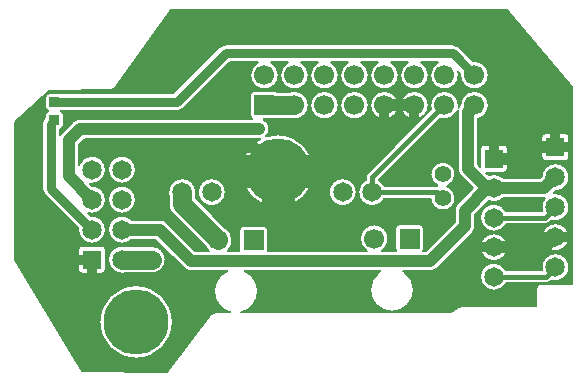
<source format=gtl>
G04 Layer: TopLayer*
G04 EasyEDA Pro v1.9.30.011b94, 2023-06-19 18:55:00*
G04 Gerber Generator version 0.3*
G04 Scale: 100 percent, Rotated: No, Reflected: No*
G04 Dimensions in millimeters*
G04 Leading zeros omitted, absolute positions, 3 integers and 3 decimals*
%FSLAX33Y33*%
%MOMM*%
%ADD999C,0.2032*%
%ADD10C,0.83008*%
%ADD11C,2.755075*%
%ADD12C,0.85508*%
%ADD13C,5.499989*%
%ADD14R,0.864006X0.806475*%
%ADD15C,1.649999*%
%ADD16C,1.4*%
%ADD17R,1.6537X1.649999*%
%ADD18R,1.649999X1.649999*%
%ADD19R,1.649999X1.649999*%
%ADD20C,1.699999*%
%ADD21R,1.699999X1.699999*%
%ADD22R,1.699999X1.699999*%
%ADD23C,0.999998*%
%ADD24C,1.599997*%
%ADD25C,0.800001*%
%ADD26C,0.399999*%
G75*


G04 Copper Start*
G36*
G01X94189Y53559D02*
G01X90431Y48682D01*
G01X83261Y48743D01*
G01X77574Y58139D01*
G01Y69819D01*
G01X80407Y72416D01*
G01X85733Y72540D01*
G03X86016Y72689I-8J358D01*
G01X90735Y79271D01*
G01X119214D01*
G01X124737Y72766D01*
G01Y56111D01*
G01X122047D01*
G03X121689Y55753I0J-358D01*
G01Y54206D01*
G01X115316D01*
G03X115117Y54146I0J-358D01*
G01X114446Y53698D01*
G01X96732D01*
G03X98124Y55497I-466J1799D01*
G03X96991Y57208I-1858J0D01*
G01X108503D01*
G03X107616Y55624I971J-1584D01*
G03X109474Y53766I1858J0D01*
G03X111332Y55624I0J1858D01*
G03X110445Y57208I-1858J0D01*
G01X112724D01*
G03X113331Y57459I0J858D01*
G01X116250Y60379D01*
G03X116502Y60985I-607J607D01*
G01Y61963D01*
G01X117664Y63126D01*
G03X118110Y63039I446J1096D01*
G03X118925Y63364I0J1183D01*
G01X122388D01*
G01X122404D01*
G03X122134Y62611I913J-753D01*
G03X122181Y62280I1183J0D01*
G01X119153D01*
G03X118110Y62905I-1043J-558D01*
G03X116927Y61722I0J-1183D01*
G03X118110Y60539I1183J0D01*
G03X119153Y61164I0J1183D01*
G01X122428D01*
G03X122823Y61327I0J558D01*
G01X122974Y61479D01*
G03X123317Y61428I343J1132D01*
G03X124500Y62611I0J1183D01*
G03X123317Y63794I-1183J0D01*
G03X123164Y63784I0J-1183D01*
G01X123348Y63968D01*
G03X124500Y65151I-31J1183D01*
G03X123317Y66334I-1183J0D01*
G03X122134Y65182I0J-1183D01*
G01X122032Y65080D01*
G01X118925D01*
G03X118110Y65405I-815J-858D01*
G03X117664Y65318I0J-1183D01*
G01X117443Y65539D01*
G01X118935D01*
G03X119293Y65897I0J358D01*
G01Y67547D01*
G03X118935Y67905I-358J0D01*
G01X117285D01*
G03X116927Y67547I0J-358D01*
G01Y66055D01*
G01X116746Y66236D01*
G01Y70073D01*
G03X117667Y71247I-287J1174D01*
G03X116459Y72455I-1208J0D01*
G03X115251Y71251I0J-1208D01*
G03X115108Y71034I637J-575D01*
G03X115127Y71247I-1189J213D01*
G03X113919Y72455I-1208J0D01*
G03X112711Y71247I0J-1208D01*
G03X112767Y70884I1208J0D01*
G01X107409Y65527D01*
G03X107246Y65132I395J-395D01*
G01Y64924D01*
G03X106621Y63881I558J-1043D01*
G03X107804Y62698I1183J0D01*
G03X108847Y63323I0J1183D01*
G01X112736D01*
G03X113792Y62331I1056J66D01*
G03X114850Y63389I0J1058D01*
G03X114138Y64389I-1058J0D01*
G03X114850Y65389I-346J1000D01*
G03X113792Y66447I-1058J0D01*
G03X112734Y65389I0J-1058D01*
G03X113327Y64438I1058J0D01*
G03X113300Y64439I-27J-557D01*
G01X108847D01*
G03X108377Y64916I-1043J-558D01*
G01X113556Y70095D01*
G03X113919Y70039I363J1152D01*
G03X115037Y70790I0J1208D01*
G03X115030Y70676I850J-114D01*
G01Y65881D01*
G03X115281Y65274I858J0D01*
G01X116333Y64222D01*
G01X115037Y62925D01*
G03X114785Y62318I607J-607D01*
G01Y61341D01*
G01X112369Y58924D01*
G01X112139D01*
G03X112182Y59094I-315J170D01*
G01Y60794D01*
G03X111824Y61152I-358J0D01*
G01X110124D01*
G03X109766Y60794I0J-358D01*
G01Y59094D01*
G03X109808Y58924I358J0D01*
G01X108622D01*
G03X109182Y59944I-648J1020D01*
G03X107974Y61152I-1208J0D01*
G03X106766Y59944I0J-1208D01*
G03X107326Y58924I1208J0D01*
G01X98971D01*
G03X98974Y58967I-356J43D01*
G01Y60667D01*
G03X98616Y61025I-358J0D01*
G01X96916D01*
G03X96558Y60667I0J-358D01*
G01Y58967D01*
G03X96560Y58924I358J0D01*
G01X95580D01*
G03X95974Y59817I-814J893D01*
G03X95342Y60879I-1208J0D01*
G01X92871Y63350D01*
G01Y63639D01*
G03X92896Y63881I-1158J242D01*
G03X91713Y65064I-1183J0D01*
G03X90530Y63881I0J-1183D01*
G03X90555Y63639I1183J0D01*
G01Y62870D01*
G03X90894Y62051I1158J0D01*
G01X93704Y59241D01*
G03X93952Y58924I1062J576D01*
G01X92804D01*
G01X90415Y61313D01*
G03X89808Y61564I-607J-607D01*
G01X87429D01*
G03X86614Y61889I-815J-858D01*
G03X85431Y60706I0J-1183D01*
G03X86614Y59523I1183J0D01*
G03X87429Y59848I0J1183D01*
G01X89453D01*
G01X91841Y57459D01*
G03X92448Y57208I607J607D01*
G01X95541D01*
G03X94408Y55497I725J-1711D01*
G03X95800Y53698I1858J0D01*
G01X94473D01*
G03X94189Y53559I0J-358D01*
G37*
%LPC*%
G36*
G01X84074Y59523D02*
G03X85257Y60706I0J1183D01*
G03X84074Y61889I-1183J0D01*
G03X83968Y61884I0J-1183D01*
G01X83742Y62110D01*
G03X84074Y62063I332J1136D01*
G03X85257Y63246I0J1183D01*
G03X84105Y64429I-1183J0D01*
G01X83921Y64613D01*
G03X84074Y64603I153J1173D01*
G03X85257Y65786I0J1183D01*
G03X84074Y66969I-1183J0D01*
G03X82962Y66190I0J-1183D01*
G01Y67904D01*
G01X83459Y68401D01*
G01X98243D01*
G03X98325Y68404I0J858D01*
G03X96689Y65667I1472J-2738D01*
G03X99797Y62559I3108J0D01*
G03X102905Y65667I0J3108D01*
G03X99797Y68775I-3108J0D01*
G03X98810Y68614I0J-3108D01*
G03X99101Y69259I-566J645D01*
G03X98601Y70039I-858J0D01*
G01X99529D01*
G03X99712Y70089I0J358D01*
G01X100875D01*
G03X101219Y70039I344J1158D01*
G03X102427Y71247I0J1208D01*
G03X101219Y72455I-1208J0D01*
G03X100875Y72405I0J-1208D01*
G01X99712D01*
G03X99529Y72455I-183J-308D01*
G01X97829D01*
G03X97471Y72097I0J-358D01*
G01Y70397D01*
G03X97606Y70117I358J0D01*
G01X83103D01*
G03X82496Y69865I0J-858D01*
G01X81497Y68866D01*
G03X81366Y68698I607J-607D01*
G01Y69226D01*
G03X81689Y69582I-35J356D01*
G01Y70389D01*
G03X81426Y70734I-358J0D01*
G01X91270D01*
G03X91806Y70956I0J758D01*
G01X95719Y74870D01*
G01X98143D01*
G03X97471Y73787I536J-1083D01*
G03X98679Y72579I1208J0D01*
G03X99887Y73787I0J1208D01*
G03X99215Y74870I-1208J0D01*
G01X100683D01*
G03X100011Y73787I536J-1083D01*
G03X101219Y72579I1208J0D01*
G03X102427Y73787I0J1208D01*
G03X101755Y74870I-1208J0D01*
G01X103223D01*
G03X102551Y73787I536J-1083D01*
G03X103759Y72579I1208J0D01*
G03X104967Y73787I0J1208D01*
G03X104295Y74870I-1208J0D01*
G01X105763D01*
G03X105091Y73787I536J-1083D01*
G03X106299Y72579I1208J0D01*
G03X107507Y73787I0J1208D01*
G03X106835Y74870I-1208J0D01*
G01X108303D01*
G03X107631Y73787I536J-1083D01*
G03X108839Y72579I1208J0D01*
G03X110047Y73787I0J1208D01*
G03X109375Y74870I-1208J0D01*
G01X110843D01*
G03X110171Y73787I536J-1083D01*
G03X111379Y72579I1208J0D01*
G03X112587Y73787I0J1208D01*
G03X111915Y74870I-1208J0D01*
G01X113383D01*
G03X112711Y73787I536J-1083D01*
G03X113919Y72579I1208J0D01*
G03X115127Y73787I0J1208D01*
G03X115090Y74084I-1208J0D01*
G01X115258Y73916D01*
G03X115251Y73787I1201J-129D01*
G03X116459Y72579I1208J0D01*
G03X117667Y73787I0J1208D01*
G03X116459Y74995I-1208J0D01*
G03X116330Y74988I0J-1208D01*
G01X115154Y76164D01*
G03X114618Y76386I-536J-536D01*
G01X95405D01*
G03X94869Y76164I0J-758D01*
G01X90956Y72251D01*
G01X81379D01*
G03X81331Y72254I-48J-355D01*
G01X80467D01*
G03X80109Y71896I0J-358D01*
G01Y71089D01*
G03X80392Y70739I358J0D01*
G03X80109Y70389I75J-350D01*
G01Y70268D01*
G01X80072Y70231D01*
G03X79850Y69695I536J-536D01*
G01Y64172D01*
G03X80072Y63636I758J0D01*
G01X82896Y60812D01*
G03X82891Y60706I1178J-106D01*
G03X84074Y59523I1183J0D01*
G37*
G36*
G01X87813Y49787D02*
G03X90921Y52896I0J3108D01*
G03X87813Y56004I-3108J0D01*
G03X84705Y52896I0J-3108D01*
G03X87813Y49787I3108J0D01*
G37*
G36*
G01X116927Y56722D02*
G03X118110Y55539I1183J0D01*
G03X119153Y56164I0J1183D01*
G01X122508D01*
G03X122903Y56327I0J558D01*
G01X122974Y56399D01*
G03X123317Y56348I343J1132D01*
G03X124500Y57531I0J1183D01*
G03X123317Y58714I-1183J0D01*
G03X122134Y57531I0J-1183D01*
G03X122161Y57280I1183J0D01*
G01X119153D01*
G03X118110Y57905I-1043J-558D01*
G03X116927Y56722I0J-1183D01*
G37*
G36*
G01X85431Y58166D02*
G03X86614Y56983I1183J0D01*
G03X86856Y57008I0J1183D01*
G01X89149D01*
G03X90307Y58166I0J1158D01*
G03X89149Y59324I-1158J0D01*
G01X86856D01*
G03X86614Y59349I-242J-1158D01*
G03X85431Y58166I0J-1183D01*
G37*
G36*
G01X106299Y70039D02*
G03X107507Y71247I0J1208D01*
G03X106299Y72455I-1208J0D01*
G03X105091Y71247I0J-1208D01*
G03X106299Y70039I1208J0D01*
G37*
G36*
G01X108839Y70039D02*
G03X110047Y71247I0J1208D01*
G03X108839Y72455I-1208J0D01*
G03X107631Y71247I0J-1208D01*
G03X108839Y70039I1208J0D01*
G37*
G36*
G01X103759Y70039D02*
G03X104967Y71247I0J1208D01*
G03X103759Y72455I-1208J0D01*
G03X102551Y71247I0J-1208D01*
G03X103759Y70039I1208J0D01*
G37*
G36*
G01X111379Y70039D02*
G03X112587Y71247I0J1208D01*
G03X111379Y72455I-1208J0D01*
G03X110171Y71247I0J-1208D01*
G03X111379Y70039I1208J0D01*
G37*
G36*
G01X124142Y66508D02*
G03X124500Y66866I0J358D01*
G01Y68516D01*
G03X124142Y68874I-358J0D01*
G01X122492D01*
G03X122134Y68516I0J-358D01*
G01Y66866D01*
G03X122492Y66508I358J0D01*
G01X124142D01*
G37*
G36*
G01X82891Y57341D02*
G03X83249Y56983I358J0D01*
G01X84899D01*
G03X85257Y57341I0J358D01*
G01Y58991D01*
G03X84899Y59349I-358J0D01*
G01X83249D01*
G03X82891Y58991I0J-358D01*
G01Y57341D01*
G37*
G36*
G01X85431Y65786D02*
G03X86614Y64603I1183J0D01*
G03X87797Y65786I0J1183D01*
G03X86614Y66969I-1183J0D01*
G03X85431Y65786I0J-1183D01*
G37*
G36*
G01X105302Y62698D02*
G03X106485Y63881I0J1183D01*
G03X105302Y65064I-1183J0D01*
G03X104119Y63881I0J-1183D01*
G03X105302Y62698I1183J0D01*
G37*
G36*
G01X93032Y63881D02*
G03X94215Y62698I1183J0D01*
G03X95398Y63881I0J1183D01*
G03X94215Y65064I-1183J0D01*
G03X93032Y63881I0J-1183D01*
G37*
G36*
G01X85431Y63246D02*
G03X86614Y62063I1183J0D01*
G03X87797Y63246I0J1183D01*
G03X86614Y64429I-1183J0D01*
G03X85431Y63246I0J-1183D01*
G37*
G36*
G01X123317Y58888D02*
G03X124500Y60071I0J1183D01*
G03X123317Y61254I-1183J0D01*
G03X122134Y60071I0J-1183D01*
G03X123317Y58888I1183J0D01*
G37*
G36*
G01X116927Y59222D02*
G03X118110Y58039I1183J0D01*
G03X119293Y59222I0J1183D01*
G03X118110Y60405I-1183J0D01*
G03X116927Y59222I0J-1183D01*
G37*
%LPD*%
G54D999*
G01X94189Y53559D02*
G01X90431Y48682D01*
G01X83261Y48743D01*
G01X77574Y58139D01*
G01Y69819D01*
G01X80407Y72416D01*
G01X85733Y72540D01*
G03X86016Y72689I-8J358D01*
G01X90735Y79271D01*
G01X119214D01*
G01X124737Y72766D01*
G01Y56111D01*
G01X122047D01*
G03X121689Y55753I0J-358D01*
G01Y54206D01*
G01X115316D01*
G03X115117Y54146I0J-358D01*
G01X114446Y53698D01*
G01X96732D01*
G03X98124Y55497I-466J1799D01*
G03X96991Y57208I-1858J0D01*
G01X108503D01*
G03X107616Y55624I971J-1584D01*
G03X109474Y53766I1858J0D01*
G03X111332Y55624I0J1858D01*
G03X110445Y57208I-1858J0D01*
G01X112724D01*
G03X113331Y57459I0J858D01*
G01X116250Y60379D01*
G03X116502Y60985I-607J607D01*
G01Y61963D01*
G01X117664Y63126D01*
G03X118110Y63039I446J1096D01*
G03X118925Y63364I0J1183D01*
G01X122388D01*
G01X122404D01*
G03X122134Y62611I913J-753D01*
G03X122181Y62280I1183J0D01*
G01X119153D01*
G03X118110Y62905I-1043J-558D01*
G03X116927Y61722I0J-1183D01*
G03X118110Y60539I1183J0D01*
G03X119153Y61164I0J1183D01*
G01X122428D01*
G03X122823Y61327I0J558D01*
G01X122974Y61479D01*
G03X123317Y61428I343J1132D01*
G03X124500Y62611I0J1183D01*
G03X123317Y63794I-1183J0D01*
G03X123164Y63784I0J-1183D01*
G01X123348Y63968D01*
G03X124500Y65151I-31J1183D01*
G03X123317Y66334I-1183J0D01*
G03X122134Y65182I0J-1183D01*
G01X122032Y65080D01*
G01X118925D01*
G03X118110Y65405I-815J-858D01*
G03X117664Y65318I0J-1183D01*
G01X117443Y65539D01*
G01X118935D01*
G03X119293Y65897I0J358D01*
G01Y67547D01*
G03X118935Y67905I-358J0D01*
G01X117285D01*
G03X116927Y67547I0J-358D01*
G01Y66055D01*
G01X116746Y66236D01*
G01Y70073D01*
G03X117667Y71247I-287J1174D01*
G03X116459Y72455I-1208J0D01*
G03X115251Y71251I0J-1208D01*
G03X115108Y71034I637J-575D01*
G03X115127Y71247I-1189J213D01*
G03X113919Y72455I-1208J0D01*
G03X112711Y71247I0J-1208D01*
G03X112767Y70884I1208J0D01*
G01X107409Y65527D01*
G03X107246Y65132I395J-395D01*
G01Y64924D01*
G03X106621Y63881I558J-1043D01*
G03X107804Y62698I1183J0D01*
G03X108847Y63323I0J1183D01*
G01X112736D01*
G03X113792Y62331I1056J66D01*
G03X114850Y63389I0J1058D01*
G03X114138Y64389I-1058J0D01*
G03X114850Y65389I-346J1000D01*
G03X113792Y66447I-1058J0D01*
G03X112734Y65389I0J-1058D01*
G03X113327Y64438I1058J0D01*
G03X113300Y64439I-27J-557D01*
G01X108847D01*
G03X108377Y64916I-1043J-558D01*
G01X113556Y70095D01*
G03X113919Y70039I363J1152D01*
G03X115037Y70790I0J1208D01*
G03X115030Y70676I850J-114D01*
G01Y65881D01*
G03X115281Y65274I858J0D01*
G01X116333Y64222D01*
G01X115037Y62925D01*
G03X114785Y62318I607J-607D01*
G01Y61341D01*
G01X112369Y58924D01*
G01X112139D01*
G03X112182Y59094I-315J170D01*
G01Y60794D01*
G03X111824Y61152I-358J0D01*
G01X110124D01*
G03X109766Y60794I0J-358D01*
G01Y59094D01*
G03X109808Y58924I358J0D01*
G01X108622D01*
G03X109182Y59944I-648J1020D01*
G03X107974Y61152I-1208J0D01*
G03X106766Y59944I0J-1208D01*
G03X107326Y58924I1208J0D01*
G01X98971D01*
G03X98974Y58967I-356J43D01*
G01Y60667D01*
G03X98616Y61025I-358J0D01*
G01X96916D01*
G03X96558Y60667I0J-358D01*
G01Y58967D01*
G03X96560Y58924I358J0D01*
G01X95580D01*
G03X95974Y59817I-814J893D01*
G03X95342Y60879I-1208J0D01*
G01X92871Y63350D01*
G01Y63639D01*
G03X92896Y63881I-1158J242D01*
G03X91713Y65064I-1183J0D01*
G03X90530Y63881I0J-1183D01*
G03X90555Y63639I1183J0D01*
G01Y62870D01*
G03X90894Y62051I1158J0D01*
G01X93704Y59241D01*
G03X93952Y58924I1062J576D01*
G01X92804D01*
G01X90415Y61313D01*
G03X89808Y61564I-607J-607D01*
G01X87429D01*
G03X86614Y61889I-815J-858D01*
G03X85431Y60706I0J-1183D01*
G03X86614Y59523I1183J0D01*
G03X87429Y59848I0J1183D01*
G01X89453D01*
G01X91841Y57459D01*
G03X92448Y57208I607J607D01*
G01X95541D01*
G03X94408Y55497I725J-1711D01*
G03X95800Y53698I1858J0D01*
G01X94473D01*
G03X94189Y53559I0J-358D01*
G01X84074Y59523D02*
G03X85257Y60706I0J1183D01*
G03X84074Y61889I-1183J0D01*
G03X83968Y61884I0J-1183D01*
G01X83742Y62110D01*
G03X84074Y62063I332J1136D01*
G03X85257Y63246I0J1183D01*
G03X84105Y64429I-1183J0D01*
G01X83921Y64613D01*
G03X84074Y64603I153J1173D01*
G03X85257Y65786I0J1183D01*
G03X84074Y66969I-1183J0D01*
G03X82962Y66190I0J-1183D01*
G01Y67904D01*
G01X83459Y68401D01*
G01X98243D01*
G03X98325Y68404I0J858D01*
G03X96689Y65667I1472J-2738D01*
G03X99797Y62559I3108J0D01*
G03X102905Y65667I0J3108D01*
G03X99797Y68775I-3108J0D01*
G03X98810Y68614I0J-3108D01*
G03X99101Y69259I-566J645D01*
G03X98601Y70039I-858J0D01*
G01X99529D01*
G03X99712Y70089I0J358D01*
G01X100875D01*
G03X101219Y70039I344J1158D01*
G03X102427Y71247I0J1208D01*
G03X101219Y72455I-1208J0D01*
G03X100875Y72405I0J-1208D01*
G01X99712D01*
G03X99529Y72455I-183J-308D01*
G01X97829D01*
G03X97471Y72097I0J-358D01*
G01Y70397D01*
G03X97606Y70117I358J0D01*
G01X83103D01*
G03X82496Y69865I0J-858D01*
G01X81497Y68866D01*
G03X81366Y68698I607J-607D01*
G01Y69226D01*
G03X81689Y69582I-35J356D01*
G01Y70389D01*
G03X81426Y70734I-358J0D01*
G01X91270D01*
G03X91806Y70956I0J758D01*
G01X95719Y74870D01*
G01X98143D01*
G03X97471Y73787I536J-1083D01*
G03X98679Y72579I1208J0D01*
G03X99887Y73787I0J1208D01*
G03X99215Y74870I-1208J0D01*
G01X100683D01*
G03X100011Y73787I536J-1083D01*
G03X101219Y72579I1208J0D01*
G03X102427Y73787I0J1208D01*
G03X101755Y74870I-1208J0D01*
G01X103223D01*
G03X102551Y73787I536J-1083D01*
G03X103759Y72579I1208J0D01*
G03X104967Y73787I0J1208D01*
G03X104295Y74870I-1208J0D01*
G01X105763D01*
G03X105091Y73787I536J-1083D01*
G03X106299Y72579I1208J0D01*
G03X107507Y73787I0J1208D01*
G03X106835Y74870I-1208J0D01*
G01X108303D01*
G03X107631Y73787I536J-1083D01*
G03X108839Y72579I1208J0D01*
G03X110047Y73787I0J1208D01*
G03X109375Y74870I-1208J0D01*
G01X110843D01*
G03X110171Y73787I536J-1083D01*
G03X111379Y72579I1208J0D01*
G03X112587Y73787I0J1208D01*
G03X111915Y74870I-1208J0D01*
G01X113383D01*
G03X112711Y73787I536J-1083D01*
G03X113919Y72579I1208J0D01*
G03X115127Y73787I0J1208D01*
G03X115090Y74084I-1208J0D01*
G01X115258Y73916D01*
G03X115251Y73787I1201J-129D01*
G03X116459Y72579I1208J0D01*
G03X117667Y73787I0J1208D01*
G03X116459Y74995I-1208J0D01*
G03X116330Y74988I0J-1208D01*
G01X115154Y76164D01*
G03X114618Y76386I-536J-536D01*
G01X95405D01*
G03X94869Y76164I0J-758D01*
G01X90956Y72251D01*
G01X81379D01*
G03X81331Y72254I-48J-355D01*
G01X80467D01*
G03X80109Y71896I0J-358D01*
G01Y71089D01*
G03X80392Y70739I358J0D01*
G03X80109Y70389I75J-350D01*
G01Y70268D01*
G01X80072Y70231D01*
G03X79850Y69695I536J-536D01*
G01Y64172D01*
G03X80072Y63636I758J0D01*
G01X82896Y60812D01*
G03X82891Y60706I1178J-106D01*
G03X84074Y59523I1183J0D01*
G01X87813Y49787D02*
G03X90921Y52896I0J3108D01*
G03X87813Y56004I-3108J0D01*
G03X84705Y52896I0J-3108D01*
G03X87813Y49787I3108J0D01*
G01X116927Y56722D02*
G03X118110Y55539I1183J0D01*
G03X119153Y56164I0J1183D01*
G01X122508D01*
G03X122903Y56327I0J558D01*
G01X122974Y56399D01*
G03X123317Y56348I343J1132D01*
G03X124500Y57531I0J1183D01*
G03X123317Y58714I-1183J0D01*
G03X122134Y57531I0J-1183D01*
G03X122161Y57280I1183J0D01*
G01X119153D01*
G03X118110Y57905I-1043J-558D01*
G03X116927Y56722I0J-1183D01*
G01X85431Y58166D02*
G03X86614Y56983I1183J0D01*
G03X86856Y57008I0J1183D01*
G01X89149D01*
G03X90307Y58166I0J1158D01*
G03X89149Y59324I-1158J0D01*
G01X86856D01*
G03X86614Y59349I-242J-1158D01*
G03X85431Y58166I0J-1183D01*
G01X106299Y70039D02*
G03X107507Y71247I0J1208D01*
G03X106299Y72455I-1208J0D01*
G03X105091Y71247I0J-1208D01*
G03X106299Y70039I1208J0D01*
G01X108839Y70039D02*
G03X110047Y71247I0J1208D01*
G03X108839Y72455I-1208J0D01*
G03X107631Y71247I0J-1208D01*
G03X108839Y70039I1208J0D01*
G01X103759Y70039D02*
G03X104967Y71247I0J1208D01*
G03X103759Y72455I-1208J0D01*
G03X102551Y71247I0J-1208D01*
G03X103759Y70039I1208J0D01*
G01X111379Y70039D02*
G03X112587Y71247I0J1208D01*
G03X111379Y72455I-1208J0D01*
G03X110171Y71247I0J-1208D01*
G03X111379Y70039I1208J0D01*
G01X124142Y66508D02*
G03X124500Y66866I0J358D01*
G01Y68516D01*
G03X124142Y68874I-358J0D01*
G01X122492D01*
G03X122134Y68516I0J-358D01*
G01Y66866D01*
G03X122492Y66508I358J0D01*
G01X124142D01*
G01X82891Y57341D02*
G03X83249Y56983I358J0D01*
G01X84899D01*
G03X85257Y57341I0J358D01*
G01Y58991D01*
G03X84899Y59349I-358J0D01*
G01X83249D01*
G03X82891Y58991I0J-358D01*
G01Y57341D01*
G01X85431Y65786D02*
G03X86614Y64603I1183J0D01*
G03X87797Y65786I0J1183D01*
G03X86614Y66969I-1183J0D01*
G03X85431Y65786I0J-1183D01*
G01X105302Y62698D02*
G03X106485Y63881I0J1183D01*
G03X105302Y65064I-1183J0D01*
G03X104119Y63881I0J-1183D01*
G03X105302Y62698I1183J0D01*
G01X93032Y63881D02*
G03X94215Y62698I1183J0D01*
G03X95398Y63881I0J1183D01*
G03X94215Y65064I-1183J0D01*
G03X93032Y63881I0J-1183D01*
G01X85431Y63246D02*
G03X86614Y62063I1183J0D01*
G03X87797Y63246I0J1183D01*
G03X86614Y64429I-1183J0D01*
G03X85431Y63246I0J-1183D01*
G01X123317Y58888D02*
G03X124500Y60071I0J1183D01*
G03X123317Y61254I-1183J0D01*
G03X122134Y60071I0J-1183D01*
G03X123317Y58888I1183J0D01*
G01X116927Y59222D02*
G03X118110Y58039I1183J0D01*
G03X119293Y59222I0J1183D01*
G03X118110Y60405I-1183J0D01*
G03X116927Y59222I0J-1183D01*
G54D10*
G01X123317Y60071D02*
G01X124401Y60071D01*
G01X123317Y60071D02*
G01X122233Y60071D01*
G01X123317Y67691D02*
G01X123317Y68775D01*
G01X123317Y67691D02*
G01X124401Y67691D01*
G01X123317Y67691D02*
G01X122233Y67691D01*
G01X118110Y66722D02*
G01X118110Y67806D01*
G01X118110Y66722D02*
G01X119194Y66722D01*
G01X118110Y59222D02*
G01X119194Y59222D01*
G01X118110Y59222D02*
G01X117026Y59222D01*
G54D11*
G01X99797Y65667D02*
G01X96788Y65667D01*
G01X99797Y65667D02*
G01X102806Y65667D01*
G01X99797Y65667D02*
G01X99797Y62658D01*
G54D12*
G01X111379Y71247D02*
G01X110270Y71247D01*
G01X111379Y71247D02*
G01X111379Y70138D01*
G01X108839Y71247D02*
G01X109948Y71247D01*
G01X108839Y71247D02*
G01X108839Y70138D01*
G54D10*
G01X84074Y58166D02*
G01X84074Y57082D01*
G01X84074Y58166D02*
G01X82990Y58166D01*
G04 Copper End*

G04 Pad Start*
G54D13*
G01X87813Y52896D03*
G01X99797Y65667D03*
G54D14*
G01X80899Y71492D03*
G01X80899Y69986D03*
G54D15*
G01X91713Y63881D03*
G01X94215Y63881D03*
G01X105302Y63881D03*
G01X107804Y63881D03*
G54D16*
G01X113792Y63389D03*
G01X113792Y65389D03*
G54D15*
G01X118110Y61722D03*
G01X118110Y64222D03*
G54D18*
G01X118110Y66722D03*
G54D15*
G01X118110Y59222D03*
G01X118110Y56722D03*
G54D18*
G01X123317Y67691D03*
G54D15*
G01X123317Y65151D03*
G01X123317Y62611D03*
G01X123317Y60071D03*
G01X123317Y57531D03*
G54D19*
G01X84074Y58166D03*
G54D15*
G01X84074Y60706D03*
G01X84074Y63246D03*
G01X84074Y65786D03*
G01X86614Y58166D03*
G01X86614Y60706D03*
G01X86614Y63246D03*
G01X86614Y65786D03*
G54D20*
G01X116459Y73787D03*
G01X116459Y71247D03*
G01X113919Y73787D03*
G01X113919Y71247D03*
G01X111379Y73787D03*
G01X111379Y71247D03*
G01X108839Y73787D03*
G01X108839Y71247D03*
G01X106299Y73787D03*
G01X106299Y71247D03*
G01X103759Y73787D03*
G01X103759Y71247D03*
G01X101219Y73787D03*
G01X101219Y71247D03*
G01X98679Y73787D03*
G54D21*
G01X98679Y71247D03*
G54D20*
G01X94766Y59817D03*
G54D22*
G01X97766Y59817D03*
G54D20*
G01X107974Y59944D03*
G54D22*
G01X110974Y59944D03*
G04 Pad End*

G04 Via Start*
G54D23*
G01X83472Y67717D03*
G54D24*
G01X89149Y58166D03*
G54D23*
G01X98243Y69259D03*
G04 Via End*

G04 Track Start*
G01X98243Y69259D02*
G01X83103Y69259D01*
G01X82104Y68259D01*
G01Y65216D01*
G01X84074Y63246D01*
G54D25*
G01X80899Y69986D02*
G01X80608Y69695D01*
G01Y64172D01*
G01X84074Y60706D01*
G01X116459Y73787D02*
G01X114618Y75628D01*
G01X95405D01*
G01X91270Y71492D01*
G01X80899D01*
G54D23*
G01X122388Y64222D02*
G01X123317Y65151D01*
G01X86614Y60706D02*
G01X89808Y60706D01*
G01X92448Y58066D01*
G01X112724D01*
G01X115643Y60985D01*
G01Y62318D01*
G01X117547Y64222D01*
G01X116459Y71247D02*
G01X115888Y70676D01*
G01Y65881D01*
G01X117547Y64222D01*
G54D26*
G01X118110Y56722D02*
G01X122508Y56722D01*
G01X123317Y57531D01*
G01X118110Y61722D02*
G01X122428Y61722D01*
G01X123317Y62611D01*
G01X113919Y71247D02*
G01X107804Y65132D01*
G01Y63881D01*
G01X113300D01*
G01X113792Y63389D01*
G54D24*
G01X94766Y59817D02*
G01X91713Y62870D01*
G01Y63881D01*
G01X98679Y71247D02*
G01X101219Y71247D01*
G01X86614Y58166D02*
G01X89149Y58166D01*
G54D23*
G01X108839Y71247D02*
G01X111379Y71247D01*
G01X118110Y59222D02*
G01X122468Y59222D01*
G01X123317Y60071D01*
G01X119860Y66722D02*
G01X120829Y67691D01*
G01X123317D01*
G01X118110Y66722D02*
G01X119860Y66722D01*
G01X99797Y65667D02*
G01X97747Y67717D01*
G01X83472D01*
G01X117547Y64222D02*
G01X122388Y64222D01*
G04 Track End*

M02*

</source>
